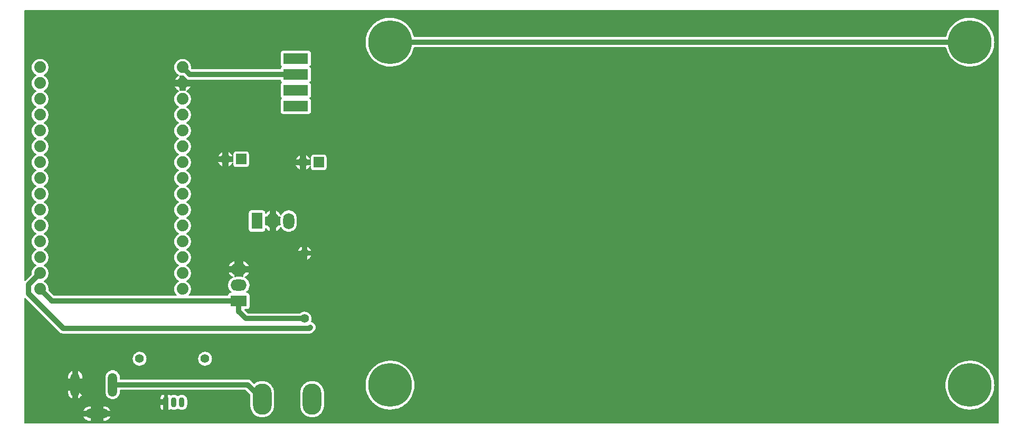
<source format=gtl>
G04 Layer: TopLayer*
G04 EasyEDA v6.5.22, 2022-12-24 17:29:58*
G04 e378571d72874c3dbad289936ee8c248,b6e8962e620740079bb188d2402746ea,10*
G04 Gerber Generator version 0.2*
G04 Scale: 100 percent, Rotated: No, Reflected: No *
G04 Dimensions in inches *
G04 leading zeros omitted , absolute positions ,3 integer and 6 decimal *
%FSLAX36Y36*%
%MOIN*%

%ADD10C,0.0320*%
%ADD11C,0.2756*%
%ADD12R,0.1575X0.0669*%
%ADD13O,0.10236200000000001X0.070866*%
%ADD14R,0.1024X0.0709*%
%ADD15O,0.070866X0.10236200000000001*%
%ADD16R,0.0709X0.1024*%
%ADD17O,0.035433X0.06299199999999999*%
%ADD18R,0.0354X0.0630*%
%ADD19O,0.145669X0.059054999999999996*%
%ADD20O,0.059054999999999996X0.149606*%
%ADD21C,0.0650*%
%ADD22R,0.0650X0.0650*%
%ADD23O,0.11810999999999999X0.19685*%
%ADD24C,0.0551*%
%ADD25C,0.0740*%
%ADD26C,0.0300*%
%ADD27C,0.0185*%

%LPD*%
G36*
X289800Y95200D02*
G01*
X288260Y95500D01*
X286980Y96380D01*
X286100Y97660D01*
X285800Y99200D01*
X285800Y886220D01*
X286100Y887760D01*
X286980Y889060D01*
X288260Y889920D01*
X289800Y890220D01*
X291340Y889920D01*
X292620Y889060D01*
X507920Y673780D01*
X509640Y672159D01*
X511440Y670720D01*
X513320Y669400D01*
X515300Y668220D01*
X517360Y667200D01*
X519480Y666320D01*
X521659Y665600D01*
X523880Y665020D01*
X526140Y664620D01*
X528440Y664380D01*
X530800Y664280D01*
X2084400Y664280D01*
X2086780Y664380D01*
X2089060Y664620D01*
X2091320Y665020D01*
X2093560Y665600D01*
X2095740Y666320D01*
X2097860Y667200D01*
X2099920Y668220D01*
X2101880Y669400D01*
X2103780Y670720D01*
X2105560Y672159D01*
X2107300Y673780D01*
X2115140Y681620D01*
X2118260Y685200D01*
X2120740Y689060D01*
X2122640Y693240D01*
X2123940Y697640D01*
X2124580Y702200D01*
X2124580Y706780D01*
X2123940Y711340D01*
X2122640Y715740D01*
X2120740Y719920D01*
X2118260Y723780D01*
X2115240Y727260D01*
X2111780Y730260D01*
X2107900Y732740D01*
X2103740Y734640D01*
X2099320Y735939D01*
X2098480Y736060D01*
X2096840Y736700D01*
X2095620Y737980D01*
X2095080Y739659D01*
X2095300Y741400D01*
X2096940Y745860D01*
X2098200Y751320D01*
X2098720Y756900D01*
X2098540Y762500D01*
X2097660Y768040D01*
X2096060Y773420D01*
X2093779Y778540D01*
X2090880Y783340D01*
X2087380Y787720D01*
X2083360Y791620D01*
X2078860Y794980D01*
X2073980Y797720D01*
X2068779Y799820D01*
X2063360Y801260D01*
X2057800Y801960D01*
X2052200Y801960D01*
X2046639Y801260D01*
X2041220Y799820D01*
X2036020Y797720D01*
X2031140Y794980D01*
X2026279Y791320D01*
X2025140Y790720D01*
X2023880Y790500D01*
X1699019Y790500D01*
X1697500Y790819D01*
X1696200Y791680D01*
X1676339Y811540D01*
X1675480Y812840D01*
X1675180Y814360D01*
X1675480Y815900D01*
X1676339Y817200D01*
X1677640Y818060D01*
X1679180Y818360D01*
X1690780Y818360D01*
X1694139Y818700D01*
X1697180Y819620D01*
X1699980Y821100D01*
X1702420Y823120D01*
X1704440Y825580D01*
X1705940Y828360D01*
X1706860Y831400D01*
X1707180Y834760D01*
X1707180Y905240D01*
X1706860Y908580D01*
X1705940Y911620D01*
X1704440Y914419D01*
X1702420Y916860D01*
X1699980Y918880D01*
X1697180Y920380D01*
X1694139Y921300D01*
X1690780Y921620D01*
X1688959Y921620D01*
X1687340Y921979D01*
X1686000Y922940D01*
X1685160Y924360D01*
X1684980Y926020D01*
X1685480Y927600D01*
X1686579Y928840D01*
X1688740Y930440D01*
X1693100Y934560D01*
X1696960Y939160D01*
X1700260Y944180D01*
X1702960Y949539D01*
X1705020Y955180D01*
X1706399Y961040D01*
X1707100Y967000D01*
X1707100Y973000D01*
X1706399Y978960D01*
X1705020Y984800D01*
X1702960Y990440D01*
X1700260Y995800D01*
X1696960Y1000819D01*
X1693100Y1005420D01*
X1688740Y1009539D01*
X1683920Y1013120D01*
X1678480Y1016240D01*
X1677200Y1017099D01*
X1676360Y1018400D01*
X1676060Y1019900D01*
X1676360Y1021420D01*
X1677200Y1022720D01*
X1678480Y1023580D01*
X1679120Y1023860D01*
X1684319Y1026860D01*
X1689139Y1030440D01*
X1693500Y1034560D01*
X1697360Y1039160D01*
X1700660Y1044180D01*
X1703440Y1049780D01*
X1668280Y1049780D01*
X1668280Y1024860D01*
X1667920Y1023160D01*
X1666860Y1021780D01*
X1665320Y1020980D01*
X1663600Y1020920D01*
X1661540Y1021280D01*
X1655440Y1021620D01*
X1624180Y1021620D01*
X1618060Y1021280D01*
X1616800Y1021040D01*
X1615080Y1021120D01*
X1613540Y1021919D01*
X1612480Y1023300D01*
X1612100Y1024980D01*
X1612100Y1049780D01*
X1576960Y1049780D01*
X1579740Y1044180D01*
X1583040Y1039160D01*
X1586900Y1034560D01*
X1591260Y1030440D01*
X1596080Y1026860D01*
X1601519Y1023760D01*
X1602800Y1022880D01*
X1603640Y1021600D01*
X1603940Y1020080D01*
X1603640Y1018560D01*
X1602800Y1017280D01*
X1601519Y1016400D01*
X1600880Y1016120D01*
X1595680Y1013120D01*
X1590880Y1009539D01*
X1586500Y1005420D01*
X1582640Y1000819D01*
X1579340Y995800D01*
X1576660Y990440D01*
X1574600Y984800D01*
X1573220Y978960D01*
X1572520Y973000D01*
X1572520Y967000D01*
X1573220Y961040D01*
X1574600Y955180D01*
X1576660Y949539D01*
X1579340Y944180D01*
X1582640Y939160D01*
X1586500Y934560D01*
X1590880Y930440D01*
X1593040Y928840D01*
X1594139Y927600D01*
X1594620Y926020D01*
X1594440Y924360D01*
X1593600Y922940D01*
X1592260Y921979D01*
X1590640Y921620D01*
X1588820Y921620D01*
X1585460Y921300D01*
X1582440Y920380D01*
X1579640Y918880D01*
X1577180Y916860D01*
X1575180Y914419D01*
X1573680Y911620D01*
X1572760Y908580D01*
X1572480Y905800D01*
X1572080Y904400D01*
X1571180Y903240D01*
X1569940Y902460D01*
X1568500Y902200D01*
X1326900Y902200D01*
X1325380Y902500D01*
X1324100Y903340D01*
X1323220Y904620D01*
X1322900Y906120D01*
X1323160Y907640D01*
X1323980Y908940D01*
X1325740Y910800D01*
X1329440Y915759D01*
X1332540Y921120D01*
X1334980Y926800D01*
X1336759Y932740D01*
X1337840Y938820D01*
X1338200Y945000D01*
X1337840Y951180D01*
X1336759Y957260D01*
X1334980Y963199D01*
X1332540Y968880D01*
X1329440Y974240D01*
X1325740Y979200D01*
X1321500Y983700D01*
X1316759Y987660D01*
X1311600Y991060D01*
X1310880Y991420D01*
X1309520Y992540D01*
X1308779Y994120D01*
X1308779Y995879D01*
X1309520Y997460D01*
X1310880Y998580D01*
X1311600Y998940D01*
X1316759Y1002340D01*
X1321500Y1006300D01*
X1325740Y1010800D01*
X1329440Y1015759D01*
X1332540Y1021120D01*
X1334980Y1026800D01*
X1336759Y1032740D01*
X1337840Y1038820D01*
X1338200Y1045000D01*
X1337840Y1051180D01*
X1336759Y1057260D01*
X1334980Y1063200D01*
X1332540Y1068880D01*
X1329440Y1074240D01*
X1325740Y1079200D01*
X1321500Y1083700D01*
X1316759Y1087660D01*
X1311600Y1091060D01*
X1310880Y1091420D01*
X1309520Y1092540D01*
X1308779Y1094120D01*
X1308779Y1095880D01*
X1309520Y1097460D01*
X1310880Y1098580D01*
X1311600Y1098940D01*
X1316759Y1102340D01*
X1321500Y1106300D01*
X1325740Y1110800D01*
X1329440Y1115760D01*
X1332540Y1121120D01*
X1334980Y1126800D01*
X1336759Y1132740D01*
X1337840Y1138820D01*
X1338200Y1145000D01*
X1337840Y1151180D01*
X1336759Y1157260D01*
X1334980Y1163200D01*
X1332540Y1168880D01*
X1329440Y1174240D01*
X1325740Y1179200D01*
X1321500Y1183700D01*
X1316759Y1187660D01*
X1311600Y1191060D01*
X1310880Y1191420D01*
X1309520Y1192540D01*
X1308779Y1194120D01*
X1308779Y1195880D01*
X1309520Y1197460D01*
X1310880Y1198580D01*
X1311600Y1198940D01*
X1316759Y1202340D01*
X1321500Y1206300D01*
X1325740Y1210800D01*
X1329440Y1215760D01*
X1332540Y1221120D01*
X1334980Y1226800D01*
X1336759Y1232740D01*
X1337840Y1238820D01*
X1338200Y1245000D01*
X1337840Y1251180D01*
X1336759Y1257260D01*
X1334980Y1263200D01*
X1332540Y1268880D01*
X1329440Y1274240D01*
X1325740Y1279200D01*
X1321500Y1283700D01*
X1316759Y1287660D01*
X1311600Y1291060D01*
X1310880Y1291420D01*
X1309520Y1292540D01*
X1308779Y1294120D01*
X1308779Y1295880D01*
X1309520Y1297460D01*
X1310880Y1298580D01*
X1311600Y1298940D01*
X1316759Y1302340D01*
X1321500Y1306300D01*
X1325740Y1310800D01*
X1329440Y1315760D01*
X1332540Y1321120D01*
X1334980Y1326800D01*
X1336759Y1332740D01*
X1337840Y1338820D01*
X1338200Y1345000D01*
X1337840Y1351180D01*
X1336759Y1357260D01*
X1334980Y1363200D01*
X1332540Y1368880D01*
X1329440Y1374240D01*
X1325740Y1379199D01*
X1321500Y1383700D01*
X1316759Y1387660D01*
X1311600Y1391060D01*
X1310880Y1391420D01*
X1309520Y1392540D01*
X1308779Y1394120D01*
X1308779Y1395880D01*
X1309520Y1397460D01*
X1310880Y1398580D01*
X1311600Y1398940D01*
X1316759Y1402340D01*
X1321500Y1406300D01*
X1325740Y1410800D01*
X1329440Y1415760D01*
X1332540Y1421120D01*
X1334980Y1426800D01*
X1336759Y1432740D01*
X1337840Y1438820D01*
X1338200Y1445000D01*
X1337840Y1451180D01*
X1336759Y1457260D01*
X1334980Y1463200D01*
X1332540Y1468880D01*
X1329440Y1474240D01*
X1325740Y1479199D01*
X1321500Y1483700D01*
X1316759Y1487660D01*
X1311600Y1491060D01*
X1310880Y1491420D01*
X1309520Y1492540D01*
X1308779Y1494120D01*
X1308779Y1495880D01*
X1309520Y1497460D01*
X1310880Y1498580D01*
X1311600Y1498940D01*
X1316759Y1502340D01*
X1321500Y1506300D01*
X1325740Y1510800D01*
X1329440Y1515760D01*
X1332540Y1521120D01*
X1334980Y1526800D01*
X1336759Y1532740D01*
X1337840Y1538820D01*
X1338200Y1545000D01*
X1337840Y1551180D01*
X1336759Y1557260D01*
X1334980Y1563200D01*
X1332540Y1568880D01*
X1329440Y1574240D01*
X1325740Y1579199D01*
X1321500Y1583700D01*
X1316759Y1587660D01*
X1311600Y1591060D01*
X1310880Y1591420D01*
X1309520Y1592540D01*
X1308779Y1594120D01*
X1308779Y1595880D01*
X1309520Y1597460D01*
X1310880Y1598580D01*
X1311600Y1598940D01*
X1316759Y1602340D01*
X1321500Y1606300D01*
X1325740Y1610800D01*
X1329440Y1615760D01*
X1332540Y1621120D01*
X1334980Y1626800D01*
X1336759Y1632740D01*
X1337840Y1638820D01*
X1338200Y1645000D01*
X1337840Y1651180D01*
X1336759Y1657260D01*
X1334980Y1663200D01*
X1332540Y1668880D01*
X1329440Y1674240D01*
X1325740Y1679199D01*
X1321500Y1683700D01*
X1316759Y1687660D01*
X1311600Y1691060D01*
X1310880Y1691420D01*
X1309520Y1692540D01*
X1308779Y1694120D01*
X1308779Y1695880D01*
X1309520Y1697460D01*
X1310880Y1698580D01*
X1311600Y1698940D01*
X1316759Y1702340D01*
X1321500Y1706300D01*
X1325740Y1710800D01*
X1329440Y1715760D01*
X1332540Y1721120D01*
X1334980Y1726800D01*
X1336759Y1732740D01*
X1337840Y1738820D01*
X1338200Y1745000D01*
X1337840Y1751180D01*
X1336759Y1757260D01*
X1334980Y1763200D01*
X1332540Y1768880D01*
X1329440Y1774240D01*
X1325740Y1779199D01*
X1321500Y1783700D01*
X1316759Y1787660D01*
X1311600Y1791060D01*
X1310880Y1791420D01*
X1309520Y1792540D01*
X1308779Y1794120D01*
X1308779Y1795880D01*
X1309520Y1797460D01*
X1310880Y1798580D01*
X1311600Y1798940D01*
X1316759Y1802340D01*
X1321500Y1806300D01*
X1325740Y1810800D01*
X1329440Y1815760D01*
X1332540Y1821120D01*
X1334980Y1826800D01*
X1336759Y1832740D01*
X1337840Y1838820D01*
X1338200Y1845000D01*
X1337840Y1851180D01*
X1336759Y1857260D01*
X1334980Y1863200D01*
X1332540Y1868880D01*
X1329440Y1874240D01*
X1325740Y1879199D01*
X1321500Y1883700D01*
X1316759Y1887660D01*
X1311600Y1891060D01*
X1310880Y1891420D01*
X1309520Y1892540D01*
X1308779Y1894120D01*
X1308779Y1895880D01*
X1309520Y1897460D01*
X1310880Y1898580D01*
X1311600Y1898940D01*
X1316759Y1902340D01*
X1321500Y1906300D01*
X1325740Y1910800D01*
X1329440Y1915760D01*
X1332540Y1921120D01*
X1334980Y1926800D01*
X1336759Y1932740D01*
X1337840Y1938820D01*
X1338200Y1945000D01*
X1337840Y1951180D01*
X1336759Y1957260D01*
X1334980Y1963200D01*
X1332540Y1968880D01*
X1329440Y1974240D01*
X1325740Y1979199D01*
X1321500Y1983700D01*
X1316759Y1987660D01*
X1311600Y1991060D01*
X1310880Y1991420D01*
X1309520Y1992540D01*
X1308779Y1994120D01*
X1308779Y1995880D01*
X1309520Y1997460D01*
X1310880Y1998580D01*
X1311600Y1998940D01*
X1316759Y2002340D01*
X1321500Y2006300D01*
X1325740Y2010800D01*
X1329440Y2015760D01*
X1332540Y2021120D01*
X1334980Y2026800D01*
X1336759Y2032740D01*
X1337840Y2038820D01*
X1338200Y2045000D01*
X1337840Y2051180D01*
X1336759Y2057260D01*
X1334980Y2063200D01*
X1332540Y2068880D01*
X1329440Y2074240D01*
X1325740Y2079199D01*
X1321500Y2083700D01*
X1316759Y2087660D01*
X1311600Y2091060D01*
X1310880Y2091420D01*
X1309520Y2092540D01*
X1308779Y2094120D01*
X1308779Y2095880D01*
X1309520Y2097460D01*
X1310880Y2098580D01*
X1311600Y2098940D01*
X1316759Y2102340D01*
X1321500Y2106300D01*
X1325740Y2110800D01*
X1329440Y2115760D01*
X1332540Y2121120D01*
X1334980Y2126800D01*
X1336759Y2132740D01*
X1337840Y2138820D01*
X1338200Y2145000D01*
X1337840Y2151180D01*
X1336759Y2157260D01*
X1334980Y2163200D01*
X1332540Y2168880D01*
X1329440Y2174240D01*
X1325740Y2179200D01*
X1321500Y2183700D01*
X1316759Y2187660D01*
X1311600Y2191060D01*
X1310880Y2191420D01*
X1309520Y2192540D01*
X1308779Y2194120D01*
X1308779Y2195880D01*
X1309520Y2197460D01*
X1310880Y2198580D01*
X1311600Y2198940D01*
X1316759Y2202340D01*
X1321500Y2206300D01*
X1325740Y2210800D01*
X1329440Y2215760D01*
X1332540Y2221120D01*
X1333779Y2224000D01*
X1306000Y2224000D01*
X1306000Y2199580D01*
X1305700Y2198080D01*
X1304880Y2196800D01*
X1303620Y2195920D01*
X1302140Y2195580D01*
X1294240Y2197380D01*
X1288100Y2198100D01*
X1281900Y2198100D01*
X1275760Y2197380D01*
X1267860Y2195580D01*
X1266380Y2195920D01*
X1265120Y2196800D01*
X1264300Y2198080D01*
X1264000Y2199580D01*
X1264000Y2224000D01*
X1236220Y2224000D01*
X1237460Y2221120D01*
X1240560Y2215760D01*
X1244260Y2210800D01*
X1248500Y2206300D01*
X1253240Y2202340D01*
X1258400Y2198940D01*
X1259120Y2198580D01*
X1260480Y2197460D01*
X1261220Y2195880D01*
X1261220Y2194120D01*
X1260480Y2192540D01*
X1259120Y2191420D01*
X1258400Y2191060D01*
X1253240Y2187660D01*
X1248500Y2183700D01*
X1244260Y2179200D01*
X1240560Y2174240D01*
X1237460Y2168880D01*
X1235020Y2163200D01*
X1233240Y2157260D01*
X1232160Y2151180D01*
X1231800Y2145000D01*
X1232160Y2138820D01*
X1233240Y2132740D01*
X1235020Y2126800D01*
X1237460Y2121120D01*
X1240560Y2115760D01*
X1244260Y2110800D01*
X1248500Y2106300D01*
X1253240Y2102340D01*
X1258400Y2098940D01*
X1259120Y2098580D01*
X1260480Y2097460D01*
X1261220Y2095880D01*
X1261220Y2094120D01*
X1260480Y2092540D01*
X1259120Y2091420D01*
X1258400Y2091060D01*
X1253240Y2087660D01*
X1248500Y2083700D01*
X1244260Y2079199D01*
X1240560Y2074240D01*
X1237460Y2068880D01*
X1235020Y2063200D01*
X1233240Y2057260D01*
X1232160Y2051180D01*
X1231800Y2045000D01*
X1232160Y2038820D01*
X1233240Y2032740D01*
X1235020Y2026800D01*
X1237460Y2021120D01*
X1240560Y2015760D01*
X1244260Y2010800D01*
X1248500Y2006300D01*
X1253240Y2002340D01*
X1258400Y1998940D01*
X1259120Y1998580D01*
X1260480Y1997460D01*
X1261220Y1995880D01*
X1261220Y1994120D01*
X1260480Y1992540D01*
X1259120Y1991420D01*
X1258400Y1991060D01*
X1253240Y1987660D01*
X1248500Y1983700D01*
X1244260Y1979199D01*
X1240560Y1974240D01*
X1237460Y1968880D01*
X1235020Y1963200D01*
X1233240Y1957260D01*
X1232160Y1951180D01*
X1231800Y1945000D01*
X1232160Y1938820D01*
X1233240Y1932740D01*
X1235020Y1926800D01*
X1237460Y1921120D01*
X1240560Y1915760D01*
X1244260Y1910800D01*
X1248500Y1906300D01*
X1253240Y1902340D01*
X1258400Y1898940D01*
X1259120Y1898580D01*
X1260480Y1897460D01*
X1261220Y1895880D01*
X1261220Y1894120D01*
X1260480Y1892540D01*
X1259120Y1891420D01*
X1258400Y1891060D01*
X1253240Y1887660D01*
X1248500Y1883700D01*
X1244260Y1879199D01*
X1240560Y1874240D01*
X1237460Y1868880D01*
X1235020Y1863200D01*
X1233240Y1857260D01*
X1232160Y1851180D01*
X1231800Y1845000D01*
X1232160Y1838820D01*
X1233240Y1832740D01*
X1235020Y1826800D01*
X1237460Y1821120D01*
X1240560Y1815760D01*
X1244260Y1810800D01*
X1248500Y1806300D01*
X1253240Y1802340D01*
X1258400Y1798940D01*
X1259120Y1798580D01*
X1260480Y1797460D01*
X1261220Y1795880D01*
X1261220Y1794120D01*
X1260480Y1792540D01*
X1259120Y1791420D01*
X1258400Y1791060D01*
X1253240Y1787660D01*
X1248500Y1783700D01*
X1244260Y1779199D01*
X1240560Y1774240D01*
X1237460Y1768880D01*
X1235020Y1763200D01*
X1233240Y1757260D01*
X1232160Y1751180D01*
X1231800Y1745000D01*
X1232160Y1738820D01*
X1233240Y1732740D01*
X1235020Y1726800D01*
X1237460Y1721120D01*
X1240560Y1715760D01*
X1244260Y1710800D01*
X1248500Y1706300D01*
X1253240Y1702340D01*
X1258400Y1698940D01*
X1259120Y1698580D01*
X1260480Y1697460D01*
X1261220Y1695880D01*
X1261220Y1694120D01*
X1260480Y1692540D01*
X1259120Y1691420D01*
X1258400Y1691060D01*
X1253240Y1687660D01*
X1248500Y1683700D01*
X1244260Y1679199D01*
X1240560Y1674240D01*
X1237460Y1668880D01*
X1235020Y1663200D01*
X1233240Y1657260D01*
X1232160Y1651180D01*
X1231800Y1645000D01*
X1232160Y1638820D01*
X1233240Y1632740D01*
X1235020Y1626800D01*
X1237460Y1621120D01*
X1240560Y1615760D01*
X1244260Y1610800D01*
X1248500Y1606300D01*
X1253240Y1602340D01*
X1258400Y1598940D01*
X1259120Y1598580D01*
X1260480Y1597460D01*
X1261220Y1595880D01*
X1261220Y1594120D01*
X1260480Y1592540D01*
X1259120Y1591420D01*
X1258400Y1591060D01*
X1253240Y1587660D01*
X1248500Y1583700D01*
X1244260Y1579199D01*
X1240560Y1574240D01*
X1237460Y1568880D01*
X1235020Y1563200D01*
X1233240Y1557260D01*
X1232160Y1551180D01*
X1231800Y1545000D01*
X1232160Y1538820D01*
X1233240Y1532740D01*
X1235020Y1526800D01*
X1237460Y1521120D01*
X1240560Y1515760D01*
X1244260Y1510800D01*
X1248500Y1506300D01*
X1253240Y1502340D01*
X1258400Y1498940D01*
X1259120Y1498580D01*
X1260480Y1497460D01*
X1261220Y1495880D01*
X1261220Y1494120D01*
X1260480Y1492540D01*
X1259120Y1491420D01*
X1258400Y1491060D01*
X1253240Y1487660D01*
X1248500Y1483700D01*
X1244260Y1479199D01*
X1240560Y1474240D01*
X1237460Y1468880D01*
X1235020Y1463200D01*
X1233240Y1457260D01*
X1232160Y1451180D01*
X1231800Y1445000D01*
X1232160Y1438820D01*
X1233240Y1432740D01*
X1235020Y1426800D01*
X1237460Y1421120D01*
X1240560Y1415760D01*
X1244260Y1410800D01*
X1248500Y1406300D01*
X1253240Y1402340D01*
X1258400Y1398940D01*
X1259120Y1398580D01*
X1260480Y1397460D01*
X1261220Y1395880D01*
X1261220Y1394120D01*
X1260480Y1392540D01*
X1259120Y1391420D01*
X1258400Y1391060D01*
X1253240Y1387660D01*
X1248500Y1383700D01*
X1244260Y1379199D01*
X1240560Y1374240D01*
X1237460Y1368880D01*
X1235020Y1363200D01*
X1233240Y1357260D01*
X1232160Y1351180D01*
X1231800Y1345000D01*
X1232160Y1338820D01*
X1233240Y1332740D01*
X1235020Y1326800D01*
X1237460Y1321120D01*
X1240560Y1315760D01*
X1244260Y1310800D01*
X1248500Y1306300D01*
X1253240Y1302340D01*
X1258400Y1298940D01*
X1259120Y1298580D01*
X1260480Y1297460D01*
X1261220Y1295880D01*
X1261220Y1294120D01*
X1260480Y1292540D01*
X1259120Y1291420D01*
X1258400Y1291060D01*
X1253240Y1287660D01*
X1248500Y1283700D01*
X1244260Y1279200D01*
X1240560Y1274240D01*
X1237460Y1268880D01*
X1235020Y1263200D01*
X1233240Y1257260D01*
X1232160Y1251180D01*
X1231800Y1245000D01*
X1232160Y1238820D01*
X1233240Y1232740D01*
X1235020Y1226800D01*
X1237460Y1221120D01*
X1240560Y1215760D01*
X1244260Y1210800D01*
X1248500Y1206300D01*
X1253240Y1202340D01*
X1258400Y1198940D01*
X1259120Y1198580D01*
X1260480Y1197460D01*
X1261220Y1195880D01*
X1261220Y1194120D01*
X1260480Y1192540D01*
X1259120Y1191420D01*
X1258400Y1191060D01*
X1253240Y1187660D01*
X1248500Y1183700D01*
X1244260Y1179200D01*
X1240560Y1174240D01*
X1237460Y1168880D01*
X1235020Y1163200D01*
X1233240Y1157260D01*
X1232160Y1151180D01*
X1231800Y1145000D01*
X1232160Y1138820D01*
X1233240Y1132740D01*
X1235020Y1126800D01*
X1237460Y1121120D01*
X1240560Y1115760D01*
X1244260Y1110800D01*
X1248500Y1106300D01*
X1253240Y1102340D01*
X1258400Y1098940D01*
X1259120Y1098580D01*
X1260480Y1097460D01*
X1261220Y1095880D01*
X1261220Y1094120D01*
X1260480Y1092540D01*
X1259120Y1091420D01*
X1258400Y1091060D01*
X1253240Y1087660D01*
X1248500Y1083700D01*
X1244260Y1079200D01*
X1240560Y1074240D01*
X1237460Y1068880D01*
X1235020Y1063200D01*
X1233240Y1057260D01*
X1232160Y1051180D01*
X1231800Y1045000D01*
X1232160Y1038820D01*
X1233240Y1032740D01*
X1235020Y1026800D01*
X1237460Y1021120D01*
X1240560Y1015759D01*
X1244260Y1010800D01*
X1248500Y1006300D01*
X1253240Y1002340D01*
X1258400Y998940D01*
X1259120Y998580D01*
X1260480Y997460D01*
X1261220Y995879D01*
X1261220Y994120D01*
X1260480Y992540D01*
X1259120Y991420D01*
X1258400Y991060D01*
X1253240Y987660D01*
X1248500Y983700D01*
X1244260Y979200D01*
X1240560Y974240D01*
X1237460Y968880D01*
X1235020Y963199D01*
X1233240Y957260D01*
X1232160Y951180D01*
X1231800Y945000D01*
X1232160Y938820D01*
X1233240Y932740D01*
X1235020Y926800D01*
X1237460Y921120D01*
X1240560Y915759D01*
X1244260Y910800D01*
X1246020Y908940D01*
X1246840Y907640D01*
X1247100Y906120D01*
X1246780Y904620D01*
X1245900Y903340D01*
X1244620Y902500D01*
X1243100Y902200D01*
X475000Y902200D01*
X473459Y902500D01*
X472160Y903379D01*
X439040Y936500D01*
X438140Y937900D01*
X437879Y939560D01*
X438200Y945000D01*
X437840Y951180D01*
X436760Y957260D01*
X434980Y963199D01*
X432540Y968880D01*
X429440Y974240D01*
X425740Y979200D01*
X421500Y983700D01*
X416760Y987660D01*
X411599Y991060D01*
X410880Y991420D01*
X409520Y992540D01*
X408780Y994120D01*
X408780Y995879D01*
X409520Y997460D01*
X410880Y998580D01*
X411599Y998940D01*
X416760Y1002340D01*
X421500Y1006300D01*
X425740Y1010800D01*
X429440Y1015759D01*
X432540Y1021120D01*
X434980Y1026800D01*
X436760Y1032740D01*
X437840Y1038820D01*
X438200Y1045000D01*
X437840Y1051180D01*
X436760Y1057260D01*
X434980Y1063200D01*
X432540Y1068880D01*
X429440Y1074240D01*
X425740Y1079200D01*
X421500Y1083700D01*
X416760Y1087660D01*
X411599Y1091060D01*
X410880Y1091420D01*
X409520Y1092540D01*
X408780Y1094120D01*
X408780Y1095880D01*
X409520Y1097460D01*
X410880Y1098580D01*
X411599Y1098940D01*
X416760Y1102340D01*
X421500Y1106300D01*
X425740Y1110800D01*
X429440Y1115760D01*
X432540Y1121120D01*
X434980Y1126800D01*
X436760Y1132740D01*
X437840Y1138820D01*
X438200Y1145000D01*
X437840Y1151180D01*
X436760Y1157260D01*
X434980Y1163200D01*
X432540Y1168880D01*
X429440Y1174240D01*
X425740Y1179200D01*
X421500Y1183700D01*
X416760Y1187660D01*
X411599Y1191060D01*
X410880Y1191420D01*
X409520Y1192540D01*
X408780Y1194120D01*
X408780Y1195880D01*
X409520Y1197460D01*
X410880Y1198580D01*
X411599Y1198940D01*
X416760Y1202340D01*
X421500Y1206300D01*
X425740Y1210800D01*
X429440Y1215760D01*
X432540Y1221120D01*
X434980Y1226800D01*
X436760Y1232740D01*
X437840Y1238820D01*
X438200Y1245000D01*
X437840Y1251180D01*
X436760Y1257260D01*
X434980Y1263200D01*
X432540Y1268880D01*
X429440Y1274240D01*
X425740Y1279200D01*
X421500Y1283700D01*
X416760Y1287660D01*
X411599Y1291060D01*
X410880Y1291420D01*
X409520Y1292540D01*
X408780Y1294120D01*
X408780Y1295880D01*
X409520Y1297460D01*
X410880Y1298580D01*
X411599Y1298940D01*
X416760Y1302340D01*
X421500Y1306300D01*
X425740Y1310800D01*
X429440Y1315760D01*
X432540Y1321120D01*
X434980Y1326800D01*
X436760Y1332740D01*
X437840Y1338820D01*
X438200Y1345000D01*
X437840Y1351180D01*
X436760Y1357260D01*
X434980Y1363200D01*
X432540Y1368880D01*
X429440Y1374240D01*
X425740Y1379199D01*
X421500Y1383700D01*
X416760Y1387660D01*
X411599Y1391060D01*
X410880Y1391420D01*
X409520Y1392540D01*
X408780Y1394120D01*
X408780Y1395880D01*
X409520Y1397460D01*
X410880Y1398580D01*
X411599Y1398940D01*
X416760Y1402340D01*
X421500Y1406300D01*
X425740Y1410800D01*
X429440Y1415760D01*
X432540Y1421120D01*
X434980Y1426800D01*
X436760Y1432740D01*
X437840Y1438820D01*
X438200Y1445000D01*
X437840Y1451180D01*
X436760Y1457260D01*
X434980Y1463200D01*
X432540Y1468880D01*
X429440Y1474240D01*
X425740Y1479199D01*
X421500Y1483700D01*
X416760Y1487660D01*
X411599Y1491060D01*
X410880Y1491420D01*
X409520Y1492540D01*
X408780Y1494120D01*
X408780Y1495880D01*
X409520Y1497460D01*
X410880Y1498580D01*
X411599Y1498940D01*
X416760Y1502340D01*
X421500Y1506300D01*
X425740Y1510800D01*
X429440Y1515760D01*
X432540Y1521120D01*
X434980Y1526800D01*
X436760Y1532740D01*
X437840Y1538820D01*
X438200Y1545000D01*
X437840Y1551180D01*
X436760Y1557260D01*
X434980Y1563200D01*
X432540Y1568880D01*
X429440Y1574240D01*
X425740Y1579199D01*
X421500Y1583700D01*
X416760Y1587660D01*
X411599Y1591060D01*
X410880Y1591420D01*
X409520Y1592540D01*
X408780Y1594120D01*
X408780Y1595880D01*
X409520Y1597460D01*
X410880Y1598580D01*
X411599Y1598940D01*
X416760Y1602340D01*
X421500Y1606300D01*
X425740Y1610800D01*
X429440Y1615760D01*
X432540Y1621120D01*
X434980Y1626800D01*
X436760Y1632740D01*
X437840Y1638820D01*
X438200Y1645000D01*
X437840Y1651180D01*
X436760Y1657260D01*
X434980Y1663200D01*
X432540Y1668880D01*
X429440Y1674240D01*
X425740Y1679199D01*
X421500Y1683700D01*
X416760Y1687660D01*
X411599Y1691060D01*
X410880Y1691420D01*
X409520Y1692540D01*
X408780Y1694120D01*
X408780Y1695880D01*
X409520Y1697460D01*
X410880Y1698580D01*
X411599Y1698940D01*
X416760Y1702340D01*
X421500Y1706300D01*
X425740Y1710800D01*
X429440Y1715760D01*
X432540Y1721120D01*
X434980Y1726800D01*
X436760Y1732740D01*
X437840Y1738820D01*
X438200Y1745000D01*
X437840Y1751180D01*
X436760Y1757260D01*
X434980Y1763200D01*
X432540Y1768880D01*
X429440Y1774240D01*
X425740Y1779199D01*
X421500Y1783700D01*
X416760Y1787660D01*
X411599Y1791060D01*
X410880Y1791420D01*
X409520Y1792540D01*
X408780Y1794120D01*
X408780Y1795880D01*
X409520Y1797460D01*
X410880Y1798580D01*
X411599Y1798940D01*
X416760Y1802340D01*
X421500Y1806300D01*
X425740Y1810800D01*
X429440Y1815760D01*
X432540Y1821120D01*
X434980Y1826800D01*
X436760Y1832740D01*
X437840Y1838820D01*
X438200Y1845000D01*
X437840Y1851180D01*
X436760Y1857260D01*
X434980Y1863200D01*
X432540Y1868880D01*
X429440Y1874240D01*
X425740Y1879199D01*
X421500Y1883700D01*
X416760Y1887660D01*
X411599Y1891060D01*
X410880Y1891420D01*
X409520Y1892540D01*
X408780Y1894120D01*
X408780Y1895880D01*
X409520Y1897460D01*
X410880Y1898580D01*
X411599Y1898940D01*
X416760Y1902340D01*
X421500Y1906300D01*
X425740Y1910800D01*
X429440Y1915760D01*
X432540Y1921120D01*
X434980Y1926800D01*
X436760Y1932740D01*
X437840Y1938820D01*
X438200Y1945000D01*
X437840Y1951180D01*
X436760Y1957260D01*
X434980Y1963200D01*
X432540Y1968880D01*
X429440Y1974240D01*
X425740Y1979199D01*
X421500Y1983700D01*
X416760Y1987660D01*
X411599Y1991060D01*
X410880Y1991420D01*
X409520Y1992540D01*
X408780Y1994120D01*
X408780Y1995880D01*
X409520Y1997460D01*
X410880Y1998580D01*
X411599Y1998940D01*
X416760Y2002340D01*
X421500Y2006300D01*
X425740Y2010800D01*
X429440Y2015760D01*
X432540Y2021120D01*
X434980Y2026800D01*
X436760Y2032740D01*
X437840Y2038820D01*
X438200Y2045000D01*
X437840Y2051180D01*
X436760Y2057260D01*
X434980Y2063200D01*
X432540Y2068880D01*
X429440Y2074240D01*
X425740Y2079199D01*
X421500Y2083700D01*
X416760Y2087660D01*
X411599Y2091060D01*
X410880Y2091420D01*
X409520Y2092540D01*
X408780Y2094120D01*
X408780Y2095880D01*
X409520Y2097460D01*
X410880Y2098580D01*
X411599Y2098940D01*
X416760Y2102340D01*
X421500Y2106300D01*
X425740Y2110800D01*
X429440Y2115760D01*
X432540Y2121120D01*
X434980Y2126800D01*
X436760Y2132740D01*
X437840Y2138820D01*
X438200Y2145000D01*
X437840Y2151180D01*
X436760Y2157260D01*
X434980Y2163200D01*
X432540Y2168880D01*
X429440Y2174240D01*
X425740Y2179200D01*
X421500Y2183700D01*
X416760Y2187660D01*
X411599Y2191060D01*
X410880Y2191420D01*
X409520Y2192540D01*
X408780Y2194120D01*
X408780Y2195880D01*
X409520Y2197460D01*
X410880Y2198580D01*
X411599Y2198940D01*
X416760Y2202340D01*
X421500Y2206300D01*
X425740Y2210800D01*
X429440Y2215760D01*
X432540Y2221120D01*
X434980Y2226800D01*
X436760Y2232740D01*
X437840Y2238820D01*
X438200Y2245000D01*
X437840Y2251180D01*
X436760Y2257260D01*
X434980Y2263200D01*
X432540Y2268880D01*
X429440Y2274240D01*
X425740Y2279200D01*
X421500Y2283700D01*
X416760Y2287660D01*
X411599Y2291060D01*
X410880Y2291420D01*
X409520Y2292540D01*
X408780Y2294120D01*
X408780Y2295880D01*
X409520Y2297460D01*
X410880Y2298580D01*
X411599Y2298940D01*
X416760Y2302340D01*
X421500Y2306300D01*
X425740Y2310800D01*
X429440Y2315760D01*
X432540Y2321120D01*
X434980Y2326800D01*
X436760Y2332740D01*
X437840Y2338820D01*
X438200Y2345000D01*
X437840Y2351180D01*
X436760Y2357260D01*
X434980Y2363200D01*
X432540Y2368880D01*
X429440Y2374240D01*
X425740Y2379200D01*
X421500Y2383700D01*
X416760Y2387660D01*
X411599Y2391060D01*
X406060Y2393840D01*
X400260Y2395960D01*
X394240Y2397380D01*
X388100Y2398100D01*
X381900Y2398100D01*
X375760Y2397380D01*
X369739Y2395960D01*
X363940Y2393840D01*
X358400Y2391060D01*
X353240Y2387660D01*
X348500Y2383700D01*
X344260Y2379200D01*
X340560Y2374240D01*
X337460Y2368880D01*
X335020Y2363200D01*
X333240Y2357260D01*
X332160Y2351180D01*
X331800Y2345000D01*
X332160Y2338820D01*
X333240Y2332740D01*
X335020Y2326800D01*
X337460Y2321120D01*
X340560Y2315760D01*
X344260Y2310800D01*
X348500Y2306300D01*
X353240Y2302340D01*
X358400Y2298940D01*
X359120Y2298580D01*
X360480Y2297460D01*
X361220Y2295880D01*
X361220Y2294120D01*
X360480Y2292540D01*
X359120Y2291420D01*
X358400Y2291060D01*
X353240Y2287660D01*
X348500Y2283700D01*
X344260Y2279200D01*
X340560Y2274240D01*
X337460Y2268880D01*
X335020Y2263200D01*
X333240Y2257260D01*
X332160Y2251180D01*
X331800Y2245000D01*
X332160Y2238820D01*
X333240Y2232740D01*
X335020Y2226800D01*
X337460Y2221120D01*
X340560Y2215760D01*
X344260Y2210800D01*
X348500Y2206300D01*
X353240Y2202340D01*
X358400Y2198940D01*
X359120Y2198580D01*
X360480Y2197460D01*
X361220Y2195880D01*
X361220Y2194120D01*
X360480Y2192540D01*
X359120Y2191420D01*
X358400Y2191060D01*
X353240Y2187660D01*
X348500Y2183700D01*
X344260Y2179200D01*
X340560Y2174240D01*
X337460Y2168880D01*
X335020Y2163200D01*
X333240Y2157260D01*
X332160Y2151180D01*
X331800Y2145000D01*
X332160Y2138820D01*
X333240Y2132740D01*
X335020Y2126800D01*
X337460Y2121120D01*
X340560Y2115760D01*
X344260Y2110800D01*
X348500Y2106300D01*
X353240Y2102340D01*
X358400Y2098940D01*
X359120Y2098580D01*
X360480Y2097460D01*
X361220Y2095880D01*
X361220Y2094120D01*
X360480Y2092540D01*
X359120Y2091420D01*
X358400Y2091060D01*
X353240Y2087660D01*
X348500Y2083700D01*
X344260Y2079199D01*
X340560Y2074240D01*
X337460Y2068880D01*
X335020Y2063200D01*
X333240Y2057260D01*
X332160Y2051180D01*
X331800Y2045000D01*
X332160Y2038820D01*
X333240Y2032740D01*
X335020Y2026800D01*
X337460Y2021120D01*
X340560Y2015760D01*
X344260Y2010800D01*
X348500Y2006300D01*
X353240Y2002340D01*
X358400Y1998940D01*
X359120Y1998580D01*
X360480Y1997460D01*
X361220Y1995880D01*
X361220Y1994120D01*
X360480Y1992540D01*
X359120Y1991420D01*
X358400Y1991060D01*
X353240Y1987660D01*
X348500Y1983700D01*
X344260Y1979199D01*
X340560Y1974240D01*
X337460Y1968880D01*
X335020Y1963200D01*
X333240Y1957260D01*
X332160Y1951180D01*
X331800Y1945000D01*
X332160Y1938820D01*
X333240Y1932740D01*
X335020Y1926800D01*
X337460Y1921120D01*
X340560Y1915760D01*
X344260Y1910800D01*
X348500Y1906300D01*
X353240Y1902340D01*
X358400Y1898940D01*
X359120Y1898580D01*
X360480Y1897460D01*
X361220Y1895880D01*
X361220Y1894120D01*
X360480Y1892540D01*
X359120Y1891420D01*
X358400Y1891060D01*
X353240Y1887660D01*
X348500Y1883700D01*
X344260Y1879199D01*
X340560Y1874240D01*
X337460Y1868880D01*
X335020Y1863200D01*
X333240Y1857260D01*
X332160Y1851180D01*
X331800Y1845000D01*
X332160Y1838820D01*
X333240Y1832740D01*
X335020Y1826800D01*
X337460Y1821120D01*
X340560Y1815760D01*
X344260Y1810800D01*
X348500Y1806300D01*
X353240Y1802340D01*
X358400Y1798940D01*
X359120Y1798580D01*
X360480Y1797460D01*
X361220Y1795880D01*
X361220Y1794120D01*
X360480Y1792540D01*
X359120Y1791420D01*
X358400Y1791060D01*
X353240Y1787660D01*
X348500Y1783700D01*
X344260Y1779199D01*
X340560Y1774240D01*
X337460Y1768880D01*
X335020Y1763200D01*
X333240Y1757260D01*
X332160Y1751180D01*
X331800Y1745000D01*
X332160Y1738820D01*
X333240Y1732740D01*
X335020Y1726800D01*
X337460Y1721120D01*
X340560Y1715760D01*
X344260Y1710800D01*
X348500Y1706300D01*
X353240Y1702340D01*
X358400Y1698940D01*
X359120Y1698580D01*
X360480Y1697460D01*
X361220Y1695880D01*
X361220Y1694120D01*
X360480Y1692540D01*
X359120Y1691420D01*
X358400Y1691060D01*
X353240Y1687660D01*
X348500Y1683700D01*
X344260Y1679199D01*
X340560Y1674240D01*
X337460Y1668880D01*
X335020Y1663200D01*
X333240Y1657260D01*
X332160Y1651180D01*
X331800Y1645000D01*
X332160Y1638820D01*
X333240Y1632740D01*
X335020Y1626800D01*
X337460Y1621120D01*
X340560Y1615760D01*
X344260Y1610800D01*
X348500Y1606300D01*
X353240Y1602340D01*
X358400Y1598940D01*
X359120Y1598580D01*
X360480Y1597460D01*
X361220Y1595880D01*
X361220Y1594120D01*
X360480Y1592540D01*
X359120Y1591420D01*
X358400Y1591060D01*
X353240Y1587660D01*
X348500Y1583700D01*
X344260Y1579199D01*
X340560Y1574240D01*
X337460Y1568880D01*
X335020Y1563200D01*
X333240Y1557260D01*
X332160Y1551180D01*
X331800Y1545000D01*
X332160Y1538820D01*
X333240Y1532740D01*
X335020Y1526800D01*
X337460Y1521120D01*
X340560Y1515760D01*
X344260Y1510800D01*
X348500Y1506300D01*
X353240Y1502340D01*
X358400Y1498940D01*
X359120Y1498580D01*
X360480Y1497460D01*
X361220Y1495880D01*
X361220Y1494120D01*
X360480Y1492540D01*
X359120Y1491420D01*
X358400Y1491060D01*
X353240Y1487660D01*
X348500Y1483700D01*
X344260Y1479199D01*
X340560Y1474240D01*
X337460Y1468880D01*
X335020Y1463200D01*
X333240Y1457260D01*
X332160Y1451180D01*
X331800Y1445000D01*
X332160Y1438820D01*
X333240Y1432740D01*
X335020Y1426800D01*
X337460Y1421120D01*
X340560Y1415760D01*
X344260Y1410800D01*
X348500Y1406300D01*
X353240Y1402340D01*
X358400Y1398940D01*
X359120Y1398580D01*
X360480Y1397460D01*
X361220Y1395880D01*
X361220Y1394120D01*
X360480Y1392540D01*
X359120Y1391420D01*
X358400Y1391060D01*
X353240Y1387660D01*
X348500Y1383700D01*
X344260Y1379199D01*
X340560Y1374240D01*
X337460Y1368880D01*
X335020Y1363200D01*
X333240Y1357260D01*
X332160Y1351180D01*
X331800Y1345000D01*
X332160Y1338820D01*
X333240Y1332740D01*
X335020Y1326800D01*
X337460Y1321120D01*
X340560Y1315760D01*
X344260Y1310800D01*
X348500Y1306300D01*
X353240Y1302340D01*
X358400Y1298940D01*
X359120Y1298580D01*
X360480Y1297460D01*
X361220Y1295880D01*
X361220Y1294120D01*
X360480Y1292540D01*
X359120Y1291420D01*
X358400Y1291060D01*
X353240Y1287660D01*
X348500Y1283700D01*
X344260Y1279200D01*
X340560Y1274240D01*
X337460Y1268880D01*
X335020Y1263200D01*
X333240Y1257260D01*
X332160Y1251180D01*
X331800Y1245000D01*
X332160Y1238820D01*
X333240Y1232740D01*
X335020Y1226800D01*
X337460Y1221120D01*
X340560Y1215760D01*
X344260Y1210800D01*
X348500Y1206300D01*
X353240Y1202340D01*
X358400Y1198940D01*
X359120Y1198580D01*
X360480Y1197460D01*
X361220Y1195880D01*
X361220Y1194120D01*
X360480Y1192540D01*
X359120Y1191420D01*
X358400Y1191060D01*
X353240Y1187660D01*
X348500Y1183700D01*
X344260Y1179200D01*
X340560Y1174240D01*
X337460Y1168880D01*
X335020Y1163200D01*
X333240Y1157260D01*
X332160Y1151180D01*
X331800Y1145000D01*
X332160Y1138820D01*
X333240Y1132740D01*
X335020Y1126800D01*
X337460Y1121120D01*
X340560Y1115760D01*
X344260Y1110800D01*
X348500Y1106300D01*
X353240Y1102340D01*
X358400Y1098940D01*
X359120Y1098580D01*
X360480Y1097460D01*
X361220Y1095880D01*
X361220Y1094120D01*
X360480Y1092540D01*
X359120Y1091420D01*
X358400Y1091060D01*
X353240Y1087660D01*
X348500Y1083700D01*
X344260Y1079200D01*
X340560Y1074240D01*
X337460Y1068880D01*
X335020Y1063200D01*
X333240Y1057260D01*
X332160Y1051180D01*
X331800Y1045000D01*
X332120Y1039560D01*
X331860Y1037900D01*
X330959Y1036500D01*
X292620Y998160D01*
X291340Y997300D01*
X289800Y997000D01*
X288260Y997300D01*
X286980Y998160D01*
X286100Y999460D01*
X285800Y1001000D01*
X285800Y2702300D01*
X286100Y2703840D01*
X286980Y2705120D01*
X288260Y2706000D01*
X289800Y2706300D01*
X6435800Y2706300D01*
X6437340Y2706000D01*
X6438620Y2705120D01*
X6439500Y2703840D01*
X6439800Y2702300D01*
X6439800Y99200D01*
X6439500Y97660D01*
X6438620Y96380D01*
X6437340Y95500D01*
X6435800Y95200D01*
G37*

%LPC*%
G36*
X1668280Y1090220D02*
G01*
X1703440Y1090220D01*
X1700660Y1095800D01*
X1697360Y1100820D01*
X1693500Y1105420D01*
X1689139Y1109540D01*
X1684319Y1113120D01*
X1679120Y1116120D01*
X1673600Y1118500D01*
X1668280Y1120100D01*
G37*
G36*
X701520Y112760D02*
G01*
X705780Y112760D01*
X705780Y141220D01*
X659160Y141220D01*
X660020Y139020D01*
X662800Y133980D01*
X666160Y129340D01*
X670100Y125160D01*
X674520Y121500D01*
X679360Y118420D01*
X684560Y115980D01*
X690020Y114200D01*
X695660Y113120D01*
G37*
G36*
X2102480Y135380D02*
G01*
X2109860Y135740D01*
X2117160Y136820D01*
X2124320Y138620D01*
X2131280Y141100D01*
X2137960Y144260D01*
X2144280Y148060D01*
X2150220Y152460D01*
X2155680Y157420D01*
X2160640Y162900D01*
X2165040Y168820D01*
X2168840Y175159D01*
X2172000Y181840D01*
X2174480Y188780D01*
X2176280Y195940D01*
X2177360Y203260D01*
X2177740Y210720D01*
X2177740Y289280D01*
X2177360Y296740D01*
X2176280Y304060D01*
X2174480Y311220D01*
X2172000Y318160D01*
X2168840Y324840D01*
X2165040Y331180D01*
X2160640Y337100D01*
X2155680Y342580D01*
X2150220Y347540D01*
X2144280Y351940D01*
X2137960Y355740D01*
X2131280Y358900D01*
X2124320Y361380D01*
X2117160Y363180D01*
X2109860Y364260D01*
X2102480Y364620D01*
X2095100Y364260D01*
X2087800Y363180D01*
X2080640Y361380D01*
X2073680Y358900D01*
X2067000Y355740D01*
X2060680Y351940D01*
X2054740Y347540D01*
X2049280Y342580D01*
X2044319Y337100D01*
X2039920Y331180D01*
X2036120Y324840D01*
X2032960Y318160D01*
X2030480Y311220D01*
X2028680Y304060D01*
X2027600Y296740D01*
X2027220Y289280D01*
X2027220Y210720D01*
X2027600Y203260D01*
X2028680Y195940D01*
X2030480Y188780D01*
X2032960Y181840D01*
X2036120Y175159D01*
X2039920Y168820D01*
X2044319Y162900D01*
X2049280Y157420D01*
X2054740Y152460D01*
X2060680Y148060D01*
X2067000Y144260D01*
X2073680Y141100D01*
X2080640Y138620D01*
X2087800Y136820D01*
X2095100Y135740D01*
G37*
G36*
X1787520Y135380D02*
G01*
X1794900Y135740D01*
X1802200Y136820D01*
X1809360Y138620D01*
X1816320Y141100D01*
X1823000Y144260D01*
X1829319Y148060D01*
X1835260Y152460D01*
X1840720Y157420D01*
X1845680Y162900D01*
X1850080Y168820D01*
X1853880Y175159D01*
X1857040Y181840D01*
X1859520Y188780D01*
X1861320Y195940D01*
X1862400Y203260D01*
X1862780Y210720D01*
X1862780Y289280D01*
X1862400Y296740D01*
X1861320Y304060D01*
X1859520Y311220D01*
X1857040Y318160D01*
X1853880Y324840D01*
X1850080Y331180D01*
X1845680Y337100D01*
X1840720Y342580D01*
X1835260Y347540D01*
X1829319Y351940D01*
X1823000Y355740D01*
X1816320Y358900D01*
X1809360Y361380D01*
X1802200Y363180D01*
X1794900Y364260D01*
X1787520Y364620D01*
X1780140Y364260D01*
X1772840Y363180D01*
X1765680Y361380D01*
X1758720Y358900D01*
X1752040Y355740D01*
X1745720Y351940D01*
X1740100Y347780D01*
X1738839Y347160D01*
X1737420Y347000D01*
X1736060Y347360D01*
X1734900Y348160D01*
X1718800Y364260D01*
X1717060Y365880D01*
X1715260Y367320D01*
X1713380Y368640D01*
X1711399Y369799D01*
X1709340Y370840D01*
X1707220Y371719D01*
X1705040Y372440D01*
X1702820Y373020D01*
X1700560Y373420D01*
X1698260Y373660D01*
X1695900Y373740D01*
X892860Y373740D01*
X891320Y374060D01*
X890020Y374920D01*
X889160Y376220D01*
X888860Y377740D01*
X888860Y386700D01*
X888480Y392560D01*
X887420Y398200D01*
X885639Y403660D01*
X883199Y408860D01*
X880120Y413700D01*
X876460Y418120D01*
X872280Y422060D01*
X867620Y425420D01*
X862600Y428200D01*
X857260Y430300D01*
X851700Y431740D01*
X846000Y432460D01*
X840260Y432460D01*
X834560Y431740D01*
X829000Y430300D01*
X823660Y428200D01*
X818640Y425420D01*
X813980Y422060D01*
X809800Y418120D01*
X806140Y413700D01*
X803060Y408860D01*
X800620Y403660D01*
X798840Y398200D01*
X797780Y392560D01*
X797400Y386700D01*
X797400Y296400D01*
X797780Y290540D01*
X798840Y284900D01*
X800620Y279440D01*
X803060Y274240D01*
X806140Y269400D01*
X809800Y264980D01*
X813980Y261040D01*
X818640Y257680D01*
X823660Y254899D01*
X829000Y252800D01*
X834560Y251360D01*
X840260Y250640D01*
X846000Y250640D01*
X851700Y251360D01*
X857260Y252800D01*
X862600Y254899D01*
X867620Y257680D01*
X872280Y261040D01*
X876460Y264980D01*
X880120Y269400D01*
X883199Y274240D01*
X885639Y279440D01*
X887420Y284900D01*
X888480Y290540D01*
X888860Y296400D01*
X888860Y305340D01*
X889160Y306880D01*
X890020Y308180D01*
X891320Y309040D01*
X892860Y309340D01*
X1680980Y309340D01*
X1682500Y309040D01*
X1683800Y308180D01*
X1711100Y280880D01*
X1711960Y279600D01*
X1712260Y278060D01*
X1712260Y210720D01*
X1712640Y203260D01*
X1713720Y195940D01*
X1715520Y188780D01*
X1718000Y181840D01*
X1721160Y175159D01*
X1724960Y168820D01*
X1729360Y162900D01*
X1734319Y157420D01*
X1739780Y152460D01*
X1745720Y148060D01*
X1752040Y144260D01*
X1758720Y141100D01*
X1765680Y138620D01*
X1772840Y136820D01*
X1780140Y135740D01*
G37*
G36*
X783620Y175740D02*
G01*
X830240Y175740D01*
X829380Y177940D01*
X826600Y182979D01*
X823240Y187620D01*
X819300Y191800D01*
X814880Y195460D01*
X810040Y198540D01*
X804840Y200980D01*
X799380Y202760D01*
X793740Y203840D01*
X787880Y204200D01*
X783620Y204200D01*
G37*
G36*
X659160Y175740D02*
G01*
X705780Y175740D01*
X705780Y204200D01*
X701520Y204200D01*
X695660Y203840D01*
X690020Y202760D01*
X684560Y200980D01*
X679360Y198540D01*
X674520Y195460D01*
X670100Y191800D01*
X666160Y187620D01*
X662800Y182979D01*
X660020Y177940D01*
G37*
G36*
X1162480Y182300D02*
G01*
X1168640Y182300D01*
X1168640Y211759D01*
X1146080Y211759D01*
X1146080Y198700D01*
X1146420Y195340D01*
X1147340Y192320D01*
X1148820Y189520D01*
X1150840Y187060D01*
X1153300Y185060D01*
X1156100Y183560D01*
X1159120Y182640D01*
G37*
G36*
X1191360Y182300D02*
G01*
X1197520Y182300D01*
X1200880Y182640D01*
X1203900Y183560D01*
X1206700Y185060D01*
X1208540Y186560D01*
X1209920Y187300D01*
X1211500Y187440D01*
X1213000Y186980D01*
X1215920Y185380D01*
X1220440Y183680D01*
X1225180Y182659D01*
X1230000Y182320D01*
X1234820Y182659D01*
X1239560Y183680D01*
X1244080Y185380D01*
X1248320Y187700D01*
X1252580Y190920D01*
X1254140Y191640D01*
X1255860Y191640D01*
X1257420Y190920D01*
X1261680Y187700D01*
X1265920Y185380D01*
X1270440Y183680D01*
X1275180Y182659D01*
X1280000Y182320D01*
X1284820Y182659D01*
X1289560Y183680D01*
X1294079Y185380D01*
X1298340Y187700D01*
X1302200Y190600D01*
X1305620Y194020D01*
X1308520Y197880D01*
X1310840Y202140D01*
X1312540Y206660D01*
X1313560Y211400D01*
X1313920Y216360D01*
X1313920Y243640D01*
X1313560Y248600D01*
X1312540Y253340D01*
X1310840Y257860D01*
X1308520Y262120D01*
X1305620Y265980D01*
X1302200Y269400D01*
X1298340Y272300D01*
X1294079Y274620D01*
X1289560Y276320D01*
X1284820Y277340D01*
X1280000Y277680D01*
X1275180Y277340D01*
X1270440Y276320D01*
X1265920Y274620D01*
X1261680Y272300D01*
X1257420Y269080D01*
X1255860Y268360D01*
X1254140Y268360D01*
X1252580Y269080D01*
X1248320Y272300D01*
X1244080Y274620D01*
X1239560Y276320D01*
X1234820Y277340D01*
X1230000Y277680D01*
X1225180Y277340D01*
X1220440Y276320D01*
X1215920Y274620D01*
X1213000Y273020D01*
X1211500Y272560D01*
X1209920Y272700D01*
X1208540Y273440D01*
X1206700Y274940D01*
X1203900Y276440D01*
X1200880Y277360D01*
X1197520Y277700D01*
X1191360Y277700D01*
X1191360Y248240D01*
X1192120Y248240D01*
X1193720Y247920D01*
X1195040Y246980D01*
X1195880Y245580D01*
X1196080Y243640D01*
X1196080Y216360D01*
X1195880Y214420D01*
X1195040Y213020D01*
X1193720Y212079D01*
X1192120Y211759D01*
X1191360Y211759D01*
G37*
G36*
X2597880Y2349840D02*
G01*
X2608740Y2350400D01*
X2619520Y2351740D01*
X2630200Y2353840D01*
X2640680Y2356680D01*
X2650940Y2360260D01*
X2660940Y2364560D01*
X2670600Y2369540D01*
X2679880Y2375200D01*
X2688740Y2381500D01*
X2697120Y2388400D01*
X2705020Y2395880D01*
X2712360Y2403900D01*
X2719120Y2412400D01*
X2725240Y2421380D01*
X2730740Y2430760D01*
X2735560Y2440500D01*
X2739660Y2450560D01*
X2743060Y2460880D01*
X2745000Y2468580D01*
X2745800Y2470140D01*
X2747180Y2471220D01*
X2748880Y2471600D01*
X6102840Y2471600D01*
X6104180Y2471380D01*
X6105359Y2470720D01*
X6106260Y2469700D01*
X6106760Y2468440D01*
X6107260Y2466140D01*
X6110280Y2455700D01*
X6114040Y2445500D01*
X6118500Y2435580D01*
X6123660Y2426020D01*
X6129480Y2416840D01*
X6135940Y2408100D01*
X6142980Y2399820D01*
X6150599Y2392060D01*
X6158740Y2384860D01*
X6167380Y2378260D01*
X6176460Y2372280D01*
X6185940Y2366960D01*
X6195760Y2362320D01*
X6205900Y2358380D01*
X6216280Y2355180D01*
X6226860Y2352700D01*
X6237600Y2350980D01*
X6248420Y2350020D01*
X6259280Y2349840D01*
X6270140Y2350400D01*
X6280920Y2351740D01*
X6291600Y2353840D01*
X6302080Y2356680D01*
X6312340Y2360260D01*
X6322340Y2364560D01*
X6332000Y2369540D01*
X6341280Y2375200D01*
X6350140Y2381500D01*
X6358520Y2388400D01*
X6366420Y2395880D01*
X6373760Y2403900D01*
X6380520Y2412400D01*
X6386640Y2421380D01*
X6392140Y2430760D01*
X6396960Y2440500D01*
X6401060Y2450560D01*
X6404460Y2460880D01*
X6407120Y2471420D01*
X6409040Y2482120D01*
X6410180Y2492940D01*
X6410560Y2503800D01*
X6410180Y2514660D01*
X6409040Y2525480D01*
X6407120Y2536180D01*
X6404460Y2546720D01*
X6401060Y2557040D01*
X6396960Y2567100D01*
X6392140Y2576840D01*
X6386640Y2586220D01*
X6380520Y2595200D01*
X6373760Y2603700D01*
X6366420Y2611720D01*
X6358520Y2619200D01*
X6350140Y2626100D01*
X6341280Y2632400D01*
X6332000Y2638060D01*
X6322340Y2643039D01*
X6312340Y2647340D01*
X6302080Y2650920D01*
X6291600Y2653759D01*
X6280920Y2655860D01*
X6270140Y2657200D01*
X6259280Y2657760D01*
X6248420Y2657580D01*
X6237600Y2656620D01*
X6226860Y2654900D01*
X6216280Y2652420D01*
X6205900Y2649220D01*
X6195760Y2645280D01*
X6185940Y2640640D01*
X6176460Y2635320D01*
X6167380Y2629340D01*
X6158740Y2622720D01*
X6150599Y2615539D01*
X6142980Y2607780D01*
X6135940Y2599500D01*
X6129480Y2590760D01*
X6123660Y2581580D01*
X6118500Y2572020D01*
X6114040Y2562100D01*
X6110280Y2551900D01*
X6107260Y2541460D01*
X6106760Y2539160D01*
X6106260Y2537900D01*
X6105359Y2536880D01*
X6104180Y2536220D01*
X6102840Y2536000D01*
X2748880Y2536000D01*
X2747180Y2536380D01*
X2745800Y2537460D01*
X2745000Y2539020D01*
X2743060Y2546720D01*
X2739660Y2557040D01*
X2735560Y2567100D01*
X2730740Y2576840D01*
X2725240Y2586220D01*
X2719120Y2595200D01*
X2712360Y2603700D01*
X2705020Y2611720D01*
X2697120Y2619200D01*
X2688740Y2626100D01*
X2679880Y2632400D01*
X2670600Y2638060D01*
X2660940Y2643039D01*
X2650940Y2647340D01*
X2640680Y2650920D01*
X2630200Y2653759D01*
X2619520Y2655860D01*
X2608740Y2657200D01*
X2597880Y2657760D01*
X2587020Y2657580D01*
X2576200Y2656620D01*
X2565460Y2654900D01*
X2554880Y2652420D01*
X2544500Y2649220D01*
X2534360Y2645280D01*
X2524540Y2640640D01*
X2515060Y2635320D01*
X2505980Y2629340D01*
X2497340Y2622720D01*
X2489200Y2615539D01*
X2481580Y2607780D01*
X2474540Y2599500D01*
X2468080Y2590760D01*
X2462260Y2581580D01*
X2457100Y2572020D01*
X2452640Y2562100D01*
X2448880Y2551900D01*
X2445860Y2541460D01*
X2443560Y2530840D01*
X2442040Y2520080D01*
X2441280Y2509240D01*
X2441280Y2498360D01*
X2442040Y2487520D01*
X2443560Y2476760D01*
X2445860Y2466140D01*
X2448880Y2455700D01*
X2452640Y2445500D01*
X2457100Y2435580D01*
X2462260Y2426020D01*
X2468080Y2416840D01*
X2474540Y2408100D01*
X2481580Y2399820D01*
X2489200Y2392060D01*
X2497340Y2384860D01*
X2505980Y2378260D01*
X2515060Y2372280D01*
X2524540Y2366960D01*
X2534360Y2362320D01*
X2544500Y2358380D01*
X2554880Y2355180D01*
X2565460Y2352700D01*
X2576200Y2350980D01*
X2587020Y2350020D01*
G37*
G36*
X1921459Y2050340D02*
G01*
X2078540Y2050340D01*
X2081900Y2050660D01*
X2084940Y2051579D01*
X2087720Y2053080D01*
X2090180Y2055100D01*
X2092200Y2057540D01*
X2093680Y2060340D01*
X2094600Y2063380D01*
X2094940Y2066740D01*
X2094940Y2133260D01*
X2094600Y2136620D01*
X2093680Y2139660D01*
X2092200Y2142460D01*
X2090180Y2144900D01*
X2087740Y2146900D01*
X2086660Y2148280D01*
X2086279Y2150000D01*
X2086660Y2151720D01*
X2087740Y2153100D01*
X2090180Y2155100D01*
X2092200Y2157540D01*
X2093680Y2160340D01*
X2094600Y2163380D01*
X2094940Y2166740D01*
X2094940Y2233260D01*
X2094600Y2236620D01*
X2093680Y2239660D01*
X2092200Y2242460D01*
X2090180Y2244900D01*
X2087740Y2246900D01*
X2086660Y2248280D01*
X2086279Y2250000D01*
X2086660Y2251720D01*
X2087740Y2253100D01*
X2090180Y2255100D01*
X2092200Y2257540D01*
X2093680Y2260340D01*
X2094600Y2263380D01*
X2094940Y2266740D01*
X2094940Y2333260D01*
X2094600Y2336620D01*
X2093680Y2339660D01*
X2092200Y2342460D01*
X2090180Y2344900D01*
X2087740Y2346900D01*
X2086660Y2348280D01*
X2086279Y2350000D01*
X2086660Y2351720D01*
X2087740Y2353100D01*
X2090180Y2355100D01*
X2092200Y2357540D01*
X2093680Y2360340D01*
X2094600Y2363380D01*
X2094940Y2366740D01*
X2094940Y2433260D01*
X2094600Y2436620D01*
X2093680Y2439660D01*
X2092200Y2442460D01*
X2090180Y2444900D01*
X2087720Y2446920D01*
X2084940Y2448420D01*
X2081900Y2449340D01*
X2078540Y2449660D01*
X1921459Y2449660D01*
X1918100Y2449340D01*
X1915060Y2448420D01*
X1912280Y2446920D01*
X1909820Y2444900D01*
X1907800Y2442460D01*
X1906320Y2439660D01*
X1905400Y2436620D01*
X1905060Y2433260D01*
X1905060Y2366740D01*
X1905400Y2363380D01*
X1906320Y2360340D01*
X1907800Y2357540D01*
X1909820Y2355100D01*
X1912260Y2353100D01*
X1913340Y2351720D01*
X1913720Y2350000D01*
X1913340Y2348280D01*
X1912260Y2346900D01*
X1909820Y2344900D01*
X1907800Y2342460D01*
X1906320Y2339660D01*
X1905400Y2336620D01*
X1905320Y2335800D01*
X1904900Y2334400D01*
X1904019Y2333240D01*
X1902760Y2332460D01*
X1901320Y2332200D01*
X1345000Y2332200D01*
X1343460Y2332500D01*
X1342160Y2333380D01*
X1339040Y2336500D01*
X1338140Y2337900D01*
X1337880Y2339560D01*
X1338200Y2345000D01*
X1337840Y2351180D01*
X1336759Y2357260D01*
X1334980Y2363200D01*
X1332540Y2368880D01*
X1329440Y2374240D01*
X1325740Y2379200D01*
X1321500Y2383700D01*
X1316759Y2387660D01*
X1311600Y2391060D01*
X1306060Y2393840D01*
X1300260Y2395960D01*
X1294240Y2397380D01*
X1288100Y2398100D01*
X1281900Y2398100D01*
X1275760Y2397380D01*
X1269740Y2395960D01*
X1263940Y2393840D01*
X1258400Y2391060D01*
X1253240Y2387660D01*
X1248500Y2383700D01*
X1244260Y2379200D01*
X1240560Y2374240D01*
X1237460Y2368880D01*
X1235020Y2363200D01*
X1233240Y2357260D01*
X1232160Y2351180D01*
X1231800Y2345000D01*
X1232160Y2338820D01*
X1233240Y2332740D01*
X1235020Y2326800D01*
X1237460Y2321120D01*
X1240560Y2315760D01*
X1244260Y2310800D01*
X1248500Y2306300D01*
X1253240Y2302340D01*
X1258400Y2298940D01*
X1259120Y2298580D01*
X1260480Y2297460D01*
X1261220Y2295880D01*
X1261220Y2294120D01*
X1260480Y2292540D01*
X1259120Y2291420D01*
X1258400Y2291060D01*
X1253240Y2287660D01*
X1248500Y2283700D01*
X1244260Y2279200D01*
X1240560Y2274240D01*
X1237460Y2268880D01*
X1236220Y2266000D01*
X1264000Y2266000D01*
X1264000Y2290420D01*
X1264300Y2291920D01*
X1265120Y2293200D01*
X1266380Y2294080D01*
X1267860Y2294420D01*
X1275760Y2292620D01*
X1281900Y2291900D01*
X1288100Y2291900D01*
X1290180Y2292140D01*
X1291380Y2292100D01*
X1292500Y2291700D01*
X1293460Y2291000D01*
X1304820Y2279640D01*
X1305700Y2278340D01*
X1306000Y2276800D01*
X1306000Y2266000D01*
X1335640Y2266000D01*
X1336540Y2266960D01*
X1337680Y2267580D01*
X1338980Y2267800D01*
X1901320Y2267800D01*
X1902760Y2267540D01*
X1904019Y2266760D01*
X1904900Y2265600D01*
X1905320Y2264200D01*
X1905400Y2263380D01*
X1906320Y2260340D01*
X1907800Y2257540D01*
X1909820Y2255100D01*
X1912260Y2253100D01*
X1913340Y2251720D01*
X1913720Y2250000D01*
X1913340Y2248280D01*
X1912260Y2246900D01*
X1909820Y2244900D01*
X1907800Y2242460D01*
X1906320Y2239660D01*
X1905400Y2236620D01*
X1905060Y2233260D01*
X1905060Y2166740D01*
X1905400Y2163380D01*
X1906320Y2160340D01*
X1907800Y2157540D01*
X1909820Y2155100D01*
X1912260Y2153100D01*
X1913340Y2151720D01*
X1913720Y2150000D01*
X1913340Y2148280D01*
X1912260Y2146900D01*
X1909820Y2144900D01*
X1907800Y2142460D01*
X1906320Y2139660D01*
X1905400Y2136620D01*
X1905060Y2133260D01*
X1905060Y2066740D01*
X1905400Y2063380D01*
X1906320Y2060340D01*
X1907800Y2057540D01*
X1909820Y2055100D01*
X1912280Y2053080D01*
X1915060Y2051579D01*
X1918100Y2050660D01*
G37*
G36*
X6259280Y184440D02*
G01*
X6270140Y185000D01*
X6280920Y186340D01*
X6291600Y188440D01*
X6302080Y191280D01*
X6312340Y194860D01*
X6322340Y199160D01*
X6332000Y204140D01*
X6341280Y209800D01*
X6350140Y216100D01*
X6358520Y223000D01*
X6366420Y230479D01*
X6373760Y238500D01*
X6380520Y247000D01*
X6386640Y255980D01*
X6392140Y265360D01*
X6396960Y275100D01*
X6401060Y285160D01*
X6404460Y295480D01*
X6407120Y306020D01*
X6409040Y316720D01*
X6410180Y327540D01*
X6410560Y338400D01*
X6410180Y349260D01*
X6409040Y360080D01*
X6407120Y370780D01*
X6404460Y381320D01*
X6401060Y391640D01*
X6396960Y401700D01*
X6392140Y411440D01*
X6386640Y420820D01*
X6380520Y429799D01*
X6373760Y438300D01*
X6366420Y446320D01*
X6358520Y453800D01*
X6350140Y460700D01*
X6341280Y467000D01*
X6332000Y472660D01*
X6322340Y477640D01*
X6312340Y481940D01*
X6302080Y485520D01*
X6291600Y488360D01*
X6280920Y490460D01*
X6270140Y491800D01*
X6259280Y492360D01*
X6248420Y492180D01*
X6237600Y491220D01*
X6226860Y489500D01*
X6216280Y487020D01*
X6205900Y483820D01*
X6195760Y479880D01*
X6185940Y475240D01*
X6176460Y469920D01*
X6167380Y463940D01*
X6158740Y457320D01*
X6150599Y450140D01*
X6142980Y442380D01*
X6135940Y434099D01*
X6129480Y425360D01*
X6123660Y416180D01*
X6118500Y406620D01*
X6114040Y396700D01*
X6110280Y386500D01*
X6107260Y376060D01*
X6104960Y365439D01*
X6103440Y354680D01*
X6102680Y343840D01*
X6102680Y332960D01*
X6103440Y322120D01*
X6104960Y311360D01*
X6107260Y300740D01*
X6110280Y290300D01*
X6114040Y280100D01*
X6118500Y270180D01*
X6123660Y260620D01*
X6129480Y251439D01*
X6135940Y242700D01*
X6142980Y234420D01*
X6150599Y226660D01*
X6158740Y219460D01*
X6167380Y212860D01*
X6176460Y206880D01*
X6185940Y201560D01*
X6195760Y196920D01*
X6205900Y192979D01*
X6216280Y189780D01*
X6226860Y187300D01*
X6237600Y185580D01*
X6248420Y184620D01*
G37*
G36*
X2597880Y184440D02*
G01*
X2608740Y185000D01*
X2619520Y186340D01*
X2630200Y188440D01*
X2640680Y191280D01*
X2650940Y194860D01*
X2660940Y199160D01*
X2670600Y204140D01*
X2679880Y209800D01*
X2688740Y216100D01*
X2697120Y223000D01*
X2705020Y230479D01*
X2712360Y238500D01*
X2719120Y247000D01*
X2725240Y255980D01*
X2730740Y265360D01*
X2735560Y275100D01*
X2739660Y285160D01*
X2743060Y295480D01*
X2745720Y306020D01*
X2747640Y316720D01*
X2748780Y327540D01*
X2749160Y338400D01*
X2748780Y349260D01*
X2747640Y360080D01*
X2745720Y370780D01*
X2743060Y381320D01*
X2739660Y391640D01*
X2735560Y401700D01*
X2730740Y411440D01*
X2725240Y420820D01*
X2719120Y429799D01*
X2712360Y438300D01*
X2705020Y446320D01*
X2697120Y453800D01*
X2688740Y460700D01*
X2679880Y467000D01*
X2670600Y472660D01*
X2660940Y477640D01*
X2650940Y481940D01*
X2640680Y485520D01*
X2630200Y488360D01*
X2619520Y490460D01*
X2608740Y491800D01*
X2597880Y492360D01*
X2587020Y492180D01*
X2576200Y491220D01*
X2565460Y489500D01*
X2554880Y487020D01*
X2544500Y483820D01*
X2534360Y479880D01*
X2524540Y475240D01*
X2515060Y469920D01*
X2505980Y463940D01*
X2497340Y457320D01*
X2489200Y450140D01*
X2481580Y442380D01*
X2474540Y434099D01*
X2468080Y425360D01*
X2462260Y416180D01*
X2457100Y406620D01*
X2452640Y396700D01*
X2448880Y386500D01*
X2445860Y376060D01*
X2443560Y365439D01*
X2442040Y354680D01*
X2441280Y343840D01*
X2441280Y332960D01*
X2442040Y322120D01*
X2443560Y311360D01*
X2445860Y300740D01*
X2448880Y290300D01*
X2452640Y280100D01*
X2457100Y270180D01*
X2462260Y260620D01*
X2468080Y251439D01*
X2474540Y242700D01*
X2481580Y234420D01*
X2489200Y226660D01*
X2497340Y219460D01*
X2505980Y212860D01*
X2515060Y206880D01*
X2524540Y201560D01*
X2534360Y196920D01*
X2544500Y192979D01*
X2554880Y189780D01*
X2565460Y187300D01*
X2576200Y185580D01*
X2587020Y184620D01*
G37*
G36*
X1146080Y248240D02*
G01*
X1168640Y248240D01*
X1168640Y277700D01*
X1162480Y277700D01*
X1159120Y277360D01*
X1156100Y276440D01*
X1153300Y274940D01*
X1150840Y272940D01*
X1148820Y270480D01*
X1147340Y267680D01*
X1146420Y264660D01*
X1146080Y261300D01*
G37*
G36*
X1510140Y1783740D02*
G01*
X1536260Y1783740D01*
X1536260Y1809920D01*
X1530660Y1807160D01*
X1525660Y1803860D01*
X1521100Y1799960D01*
X1517060Y1795520D01*
X1513600Y1790640D01*
X1510760Y1785360D01*
G37*
G36*
X624180Y254040D02*
G01*
X626380Y254899D01*
X631400Y257680D01*
X636060Y261040D01*
X640240Y264980D01*
X643900Y269400D01*
X646979Y274240D01*
X649419Y279440D01*
X651200Y284900D01*
X652260Y290540D01*
X652640Y296400D01*
X652640Y301640D01*
X624180Y301640D01*
G37*
G36*
X589640Y254040D02*
G01*
X589640Y301640D01*
X561180Y301640D01*
X561180Y296400D01*
X561560Y290540D01*
X562620Y284900D01*
X564400Y279440D01*
X566840Y274240D01*
X569920Y269400D01*
X573580Y264980D01*
X577760Y261040D01*
X582420Y257680D01*
X587440Y254899D01*
G37*
G36*
X2000140Y1763740D02*
G01*
X2026260Y1763740D01*
X2026260Y1789920D01*
X2020660Y1787160D01*
X2015660Y1783860D01*
X2011100Y1779960D01*
X2007060Y1775520D01*
X2003600Y1770640D01*
X2000760Y1765360D01*
G37*
G36*
X1536260Y1720080D02*
G01*
X1536260Y1746240D01*
X1510140Y1746240D01*
X1510760Y1744640D01*
X1513600Y1739360D01*
X1517060Y1734480D01*
X1521100Y1730040D01*
X1525660Y1726140D01*
X1530660Y1722840D01*
G37*
G36*
X1622700Y1716300D02*
G01*
X1687300Y1716300D01*
X1690660Y1716639D01*
X1693700Y1717560D01*
X1696480Y1719040D01*
X1698940Y1721060D01*
X1700960Y1723520D01*
X1702440Y1726300D01*
X1703360Y1729340D01*
X1703700Y1732700D01*
X1703700Y1797300D01*
X1703360Y1800660D01*
X1702440Y1803700D01*
X1700960Y1806480D01*
X1698940Y1808940D01*
X1696480Y1810960D01*
X1693700Y1812440D01*
X1690660Y1813360D01*
X1687300Y1813700D01*
X1622700Y1813700D01*
X1619340Y1813360D01*
X1616300Y1812440D01*
X1613520Y1810960D01*
X1611060Y1808940D01*
X1609040Y1806480D01*
X1607560Y1803700D01*
X1606639Y1800660D01*
X1606300Y1797300D01*
X1606300Y1788040D01*
X1606000Y1786519D01*
X1605160Y1785240D01*
X1603899Y1784360D01*
X1602380Y1784040D01*
X1600880Y1784300D01*
X1599560Y1785120D01*
X1598660Y1786360D01*
X1597900Y1788040D01*
X1594740Y1793140D01*
X1590980Y1797800D01*
X1586680Y1801980D01*
X1581900Y1805600D01*
X1576699Y1808580D01*
X1573760Y1809840D01*
X1573760Y1783740D01*
X1602300Y1783740D01*
X1603839Y1783440D01*
X1605120Y1782580D01*
X1606000Y1781279D01*
X1606300Y1779740D01*
X1606300Y1750240D01*
X1606000Y1748720D01*
X1605120Y1747420D01*
X1603839Y1746560D01*
X1602300Y1746240D01*
X1573760Y1746240D01*
X1573760Y1720160D01*
X1576699Y1721420D01*
X1581900Y1724400D01*
X1586680Y1728020D01*
X1590980Y1732200D01*
X1594740Y1736860D01*
X1597900Y1741960D01*
X1598660Y1743640D01*
X1599560Y1744880D01*
X1600880Y1745700D01*
X1602380Y1745960D01*
X1603899Y1745640D01*
X1605160Y1744760D01*
X1606000Y1743480D01*
X1606300Y1741960D01*
X1606300Y1732700D01*
X1606639Y1729340D01*
X1607560Y1726300D01*
X1609040Y1723520D01*
X1611060Y1721060D01*
X1613520Y1719040D01*
X1616300Y1717560D01*
X1619340Y1716639D01*
G37*
G36*
X624180Y381460D02*
G01*
X652640Y381460D01*
X652640Y386700D01*
X652260Y392560D01*
X651200Y398200D01*
X649419Y403660D01*
X646979Y408860D01*
X643900Y413700D01*
X640240Y418120D01*
X636060Y422060D01*
X631400Y425420D01*
X626380Y428200D01*
X624180Y429060D01*
G37*
G36*
X561180Y381460D02*
G01*
X589640Y381460D01*
X589640Y429060D01*
X587440Y428200D01*
X582420Y425420D01*
X577760Y422060D01*
X573580Y418120D01*
X569920Y413700D01*
X566840Y408860D01*
X564400Y403660D01*
X562620Y398200D01*
X561560Y392560D01*
X561180Y386700D01*
G37*
G36*
X1428100Y461280D02*
G01*
X1433680Y461800D01*
X1439139Y463060D01*
X1444400Y465000D01*
X1449379Y467580D01*
X1453980Y470800D01*
X1458120Y474560D01*
X1461759Y478840D01*
X1464820Y483540D01*
X1467240Y488579D01*
X1469019Y493900D01*
X1470080Y499400D01*
X1470440Y505000D01*
X1470080Y510600D01*
X1469019Y516100D01*
X1467240Y521420D01*
X1464820Y526460D01*
X1461759Y531160D01*
X1458120Y535440D01*
X1453980Y539200D01*
X1449379Y542420D01*
X1444400Y545000D01*
X1439139Y546940D01*
X1433680Y548180D01*
X1428100Y548720D01*
X1422500Y548540D01*
X1416960Y547660D01*
X1411579Y546060D01*
X1406459Y543780D01*
X1401660Y540880D01*
X1397280Y537380D01*
X1393380Y533360D01*
X1390020Y528860D01*
X1387280Y523980D01*
X1385180Y518780D01*
X1383740Y513360D01*
X1383040Y507800D01*
X1383040Y502200D01*
X1383740Y496640D01*
X1385180Y491220D01*
X1387280Y486019D01*
X1390020Y481140D01*
X1393380Y476640D01*
X1397280Y472620D01*
X1401660Y469120D01*
X1406459Y466220D01*
X1411579Y463940D01*
X1416960Y462340D01*
X1422500Y461460D01*
G37*
G36*
X1014700Y461280D02*
G01*
X1020280Y461800D01*
X1025759Y463060D01*
X1031020Y465000D01*
X1035980Y467580D01*
X1040580Y470800D01*
X1044740Y474560D01*
X1048360Y478840D01*
X1051420Y483540D01*
X1053860Y488579D01*
X1055620Y493900D01*
X1056700Y499400D01*
X1057060Y505000D01*
X1056700Y510600D01*
X1055620Y516100D01*
X1053860Y521420D01*
X1051420Y526460D01*
X1048360Y531160D01*
X1044740Y535440D01*
X1040580Y539200D01*
X1035980Y542420D01*
X1031020Y545000D01*
X1025759Y546940D01*
X1020280Y548180D01*
X1014700Y548720D01*
X1009100Y548540D01*
X1003580Y547660D01*
X998199Y546060D01*
X993080Y543780D01*
X988280Y540880D01*
X983900Y537380D01*
X980000Y533360D01*
X976640Y528860D01*
X973880Y523980D01*
X971780Y518780D01*
X970360Y513360D01*
X969640Y507800D01*
X969640Y502200D01*
X970360Y496640D01*
X971780Y491220D01*
X973880Y486019D01*
X976640Y481140D01*
X980000Y476640D01*
X983900Y472620D01*
X988280Y469120D01*
X993080Y466220D01*
X998199Y463940D01*
X1003580Y462340D01*
X1009100Y461460D01*
G37*
G36*
X2026260Y1700080D02*
G01*
X2026260Y1726240D01*
X2000140Y1726240D01*
X2000760Y1724640D01*
X2003600Y1719360D01*
X2007060Y1714480D01*
X2011100Y1710040D01*
X2015660Y1706140D01*
X2020660Y1702840D01*
G37*
G36*
X2112700Y1696300D02*
G01*
X2177300Y1696300D01*
X2180660Y1696639D01*
X2183700Y1697560D01*
X2186480Y1699040D01*
X2188940Y1701060D01*
X2190960Y1703520D01*
X2192440Y1706300D01*
X2193360Y1709340D01*
X2193700Y1712700D01*
X2193700Y1777300D01*
X2193360Y1780660D01*
X2192440Y1783700D01*
X2190960Y1786480D01*
X2188940Y1788940D01*
X2186480Y1790960D01*
X2183700Y1792440D01*
X2180660Y1793360D01*
X2177300Y1793700D01*
X2112700Y1793700D01*
X2109340Y1793360D01*
X2106300Y1792440D01*
X2103520Y1790960D01*
X2101060Y1788940D01*
X2099040Y1786480D01*
X2097560Y1783700D01*
X2096639Y1780660D01*
X2096300Y1777300D01*
X2096300Y1768040D01*
X2096000Y1766519D01*
X2095160Y1765240D01*
X2093899Y1764360D01*
X2092380Y1764040D01*
X2090880Y1764300D01*
X2089560Y1765120D01*
X2088660Y1766360D01*
X2087900Y1768040D01*
X2084740Y1773140D01*
X2080980Y1777800D01*
X2076680Y1781980D01*
X2071900Y1785600D01*
X2066699Y1788580D01*
X2063760Y1789840D01*
X2063760Y1763740D01*
X2092300Y1763740D01*
X2093839Y1763440D01*
X2095120Y1762580D01*
X2096000Y1761279D01*
X2096300Y1759740D01*
X2096300Y1730240D01*
X2096000Y1728720D01*
X2095120Y1727420D01*
X2093839Y1726560D01*
X2092300Y1726240D01*
X2063760Y1726240D01*
X2063760Y1700160D01*
X2066699Y1701420D01*
X2071900Y1704400D01*
X2076680Y1708020D01*
X2080980Y1712200D01*
X2084740Y1716860D01*
X2087900Y1721960D01*
X2088660Y1723640D01*
X2089560Y1724880D01*
X2090880Y1725700D01*
X2092380Y1725960D01*
X2093899Y1725640D01*
X2095160Y1724760D01*
X2096000Y1723480D01*
X2096300Y1721960D01*
X2096300Y1712700D01*
X2096639Y1709340D01*
X2097560Y1706300D01*
X2099040Y1703520D01*
X2101060Y1701060D01*
X2103520Y1699040D01*
X2106300Y1697560D01*
X2109340Y1696639D01*
G37*
G36*
X1719760Y1307820D02*
G01*
X1790240Y1307820D01*
X1793580Y1308140D01*
X1796620Y1309060D01*
X1799420Y1310560D01*
X1801860Y1312580D01*
X1803880Y1315020D01*
X1805380Y1317820D01*
X1806300Y1320860D01*
X1806620Y1324220D01*
X1806620Y1326040D01*
X1806980Y1327660D01*
X1807940Y1329000D01*
X1809360Y1329840D01*
X1811020Y1330020D01*
X1812600Y1329520D01*
X1813839Y1328420D01*
X1815440Y1326260D01*
X1819560Y1321900D01*
X1824160Y1318040D01*
X1829180Y1314740D01*
X1834780Y1311960D01*
X1834780Y1347100D01*
X1810620Y1347100D01*
X1809100Y1347400D01*
X1807800Y1348280D01*
X1806940Y1349580D01*
X1806620Y1351100D01*
X1806620Y1399280D01*
X1806940Y1400820D01*
X1807800Y1402120D01*
X1809100Y1402980D01*
X1810620Y1403280D01*
X1834780Y1403280D01*
X1834780Y1438440D01*
X1829180Y1435660D01*
X1824160Y1432360D01*
X1819560Y1428500D01*
X1815440Y1424120D01*
X1813839Y1421960D01*
X1812600Y1420860D01*
X1811020Y1420380D01*
X1809360Y1420560D01*
X1807940Y1421399D01*
X1806980Y1422740D01*
X1806620Y1424360D01*
X1806620Y1426180D01*
X1806300Y1429540D01*
X1805380Y1432560D01*
X1803880Y1435360D01*
X1801860Y1437820D01*
X1799420Y1439820D01*
X1796620Y1441320D01*
X1793580Y1442240D01*
X1790240Y1442580D01*
X1719760Y1442580D01*
X1716399Y1442240D01*
X1713360Y1441320D01*
X1710580Y1439820D01*
X1708120Y1437820D01*
X1706100Y1435360D01*
X1704620Y1432560D01*
X1703700Y1429540D01*
X1703360Y1426180D01*
X1703360Y1324220D01*
X1703700Y1320860D01*
X1704620Y1317820D01*
X1706100Y1315020D01*
X1708120Y1312580D01*
X1710580Y1310560D01*
X1713360Y1309060D01*
X1716399Y1308140D01*
G37*
G36*
X1952000Y1307520D02*
G01*
X1958000Y1307520D01*
X1963959Y1308220D01*
X1969800Y1309600D01*
X1975440Y1311639D01*
X1980800Y1314340D01*
X1985820Y1317640D01*
X1990420Y1321500D01*
X1994540Y1325860D01*
X1998120Y1330680D01*
X2001120Y1335880D01*
X2003500Y1341399D01*
X2005220Y1347140D01*
X2006279Y1353060D01*
X2006620Y1359160D01*
X2006620Y1390440D01*
X2006279Y1396540D01*
X2005220Y1402460D01*
X2003500Y1408200D01*
X2001120Y1413720D01*
X1998120Y1418920D01*
X1994540Y1423740D01*
X1990420Y1428100D01*
X1985820Y1431960D01*
X1980800Y1435260D01*
X1975440Y1437960D01*
X1969800Y1440000D01*
X1963959Y1441399D01*
X1958000Y1442080D01*
X1952000Y1442080D01*
X1946040Y1441399D01*
X1940180Y1440000D01*
X1934540Y1437960D01*
X1929180Y1435260D01*
X1924160Y1431960D01*
X1919560Y1428100D01*
X1915440Y1423740D01*
X1911860Y1418920D01*
X1908760Y1413480D01*
X1907880Y1412200D01*
X1906600Y1411360D01*
X1905080Y1411060D01*
X1903560Y1411360D01*
X1902280Y1412200D01*
X1901399Y1413480D01*
X1901120Y1414120D01*
X1898120Y1419319D01*
X1894540Y1424120D01*
X1890420Y1428500D01*
X1885820Y1432360D01*
X1880800Y1435660D01*
X1875220Y1438440D01*
X1875220Y1403280D01*
X1900140Y1403280D01*
X1901840Y1402920D01*
X1903200Y1401860D01*
X1904000Y1400320D01*
X1904079Y1398600D01*
X1903720Y1396540D01*
X1903360Y1390440D01*
X1903360Y1359160D01*
X1903720Y1353060D01*
X1903940Y1351800D01*
X1903860Y1350060D01*
X1903060Y1348540D01*
X1901699Y1347480D01*
X1900000Y1347100D01*
X1875220Y1347100D01*
X1875220Y1311960D01*
X1880800Y1314740D01*
X1885820Y1318040D01*
X1890420Y1321900D01*
X1894540Y1326260D01*
X1898120Y1331080D01*
X1901240Y1336519D01*
X1902100Y1337800D01*
X1903400Y1338640D01*
X1904920Y1338940D01*
X1906420Y1338640D01*
X1907720Y1337800D01*
X1908580Y1336519D01*
X1908860Y1335880D01*
X1911860Y1330680D01*
X1915440Y1325860D01*
X1919560Y1321500D01*
X1924160Y1317640D01*
X1929180Y1314340D01*
X1934540Y1311639D01*
X1940180Y1309600D01*
X1946040Y1308220D01*
G37*
G36*
X2071279Y1187980D02*
G01*
X2095540Y1187980D01*
X2093779Y1191920D01*
X2090880Y1196720D01*
X2087380Y1201100D01*
X2083360Y1205000D01*
X2078860Y1208360D01*
X2073980Y1211120D01*
X2071279Y1212200D01*
G37*
G36*
X2014460Y1187980D02*
G01*
X2038720Y1187980D01*
X2038720Y1212200D01*
X2036020Y1211120D01*
X2031140Y1208360D01*
X2026639Y1205000D01*
X2022620Y1201100D01*
X2019120Y1196720D01*
X2016220Y1191920D01*
G37*
G36*
X2071279Y1131100D02*
G01*
X2076459Y1133580D01*
X2081160Y1136640D01*
X2085440Y1140260D01*
X2089199Y1144420D01*
X2092420Y1149020D01*
X2095000Y1153980D01*
X2095540Y1155420D01*
X2071279Y1155420D01*
G37*
G36*
X783620Y112760D02*
G01*
X787880Y112760D01*
X793740Y113120D01*
X799380Y114200D01*
X804840Y115980D01*
X810040Y118420D01*
X814880Y121500D01*
X819300Y125160D01*
X823240Y129340D01*
X826600Y133980D01*
X829380Y139020D01*
X830240Y141220D01*
X783620Y141220D01*
G37*
G36*
X1576960Y1090220D02*
G01*
X1612100Y1090220D01*
X1612100Y1120100D01*
X1606800Y1118500D01*
X1601279Y1116120D01*
X1596080Y1113120D01*
X1591260Y1109540D01*
X1586900Y1105420D01*
X1583040Y1100820D01*
X1579740Y1095800D01*
G37*
G36*
X2038720Y1131100D02*
G01*
X2038720Y1155420D01*
X2014460Y1155420D01*
X2015000Y1153980D01*
X2017580Y1149020D01*
X2020800Y1144420D01*
X2024560Y1140260D01*
X2028839Y1136640D01*
X2033540Y1133580D01*
G37*

%LPD*%
D10*
X385001Y944998D02*
G01*
X460001Y869998D01*
X1639800Y869998D01*
X2055001Y758308D02*
G01*
X1684031Y758308D01*
X1639800Y802539D01*
X1639800Y869998D02*
G01*
X1639800Y802539D01*
X1180001Y229998D02*
G01*
X1180001Y166469D01*
X2055001Y1171689D02*
G01*
X1953320Y1070009D01*
X1640191Y1070009D01*
X744701Y158449D02*
G01*
X1171980Y158449D01*
X1180001Y166469D01*
X744701Y158449D02*
G01*
X744701Y203748D01*
X606900Y341549D01*
X385001Y1044998D02*
G01*
X312301Y972298D01*
X312301Y914918D01*
X530731Y696489D01*
X2084480Y696489D01*
X2092480Y704488D01*
X1285001Y2344998D02*
G01*
X1330001Y2299998D01*
X2000001Y2299998D01*
X6256571Y2503798D02*
G01*
X2595171Y2503798D01*
X1787520Y249998D02*
G01*
X1695970Y341549D01*
X843100Y341549D01*
D11*
G01*
X2595169Y2503800D03*
G01*
X2595169Y338400D03*
G01*
X6256570Y338400D03*
G01*
X6256570Y2503800D03*
D12*
G01*
X2000000Y2400000D03*
G01*
X2000000Y2300000D03*
G01*
X2000000Y2200000D03*
G01*
X2000000Y2100000D03*
D13*
G01*
X1639804Y969994D03*
G01*
X1640195Y1070005D03*
D14*
G01*
X1639804Y869994D03*
D15*
G01*
X1854994Y1375194D03*
G01*
X1955005Y1374805D03*
D16*
G01*
X1754994Y1375194D03*
D17*
G01*
X1280000Y230000D03*
G01*
X1230000Y230000D03*
D18*
G01*
X1180000Y230000D03*
D19*
G01*
X744699Y158449D03*
D20*
G01*
X606900Y341550D03*
G01*
X843100Y341550D03*
D21*
G01*
X1555000Y1765000D03*
D22*
G01*
X1655000Y1765000D03*
G01*
X2145000Y1745000D03*
D21*
G01*
X2045000Y1745000D03*
D23*
G01*
X1787520Y250000D03*
G01*
X2102479Y250000D03*
D24*
G01*
X2055000Y1171689D03*
G01*
X2055000Y758310D03*
G01*
X1013310Y505000D03*
G01*
X1426689Y505000D03*
D25*
G01*
X1285000Y945000D03*
G01*
X1285000Y1045000D03*
G01*
X1285000Y1145000D03*
G01*
X1285000Y1245000D03*
G01*
X1285000Y1345000D03*
G01*
X1285000Y1445000D03*
G01*
X1285000Y1545000D03*
G01*
X1285000Y1645000D03*
G01*
X1285000Y1745000D03*
G01*
X1285000Y1845000D03*
G01*
X1285000Y1945000D03*
G01*
X1285000Y2045000D03*
G01*
X1285000Y2145000D03*
G01*
X1285000Y2245000D03*
G01*
X1285000Y2345000D03*
G01*
X385000Y2345000D03*
G01*
X385000Y2245000D03*
G01*
X385000Y2145000D03*
G01*
X385000Y2045000D03*
G01*
X385000Y1945000D03*
G01*
X385000Y1845000D03*
G01*
X385000Y1745000D03*
G01*
X385000Y1645000D03*
G01*
X385000Y1545000D03*
G01*
X385000Y1445000D03*
G01*
X385000Y1345000D03*
G01*
X385000Y1245000D03*
G01*
X385000Y1145000D03*
G01*
X385000Y1045000D03*
G01*
X385000Y945000D03*
D26*
G01*
X2092480Y704488D03*
M02*

</source>
